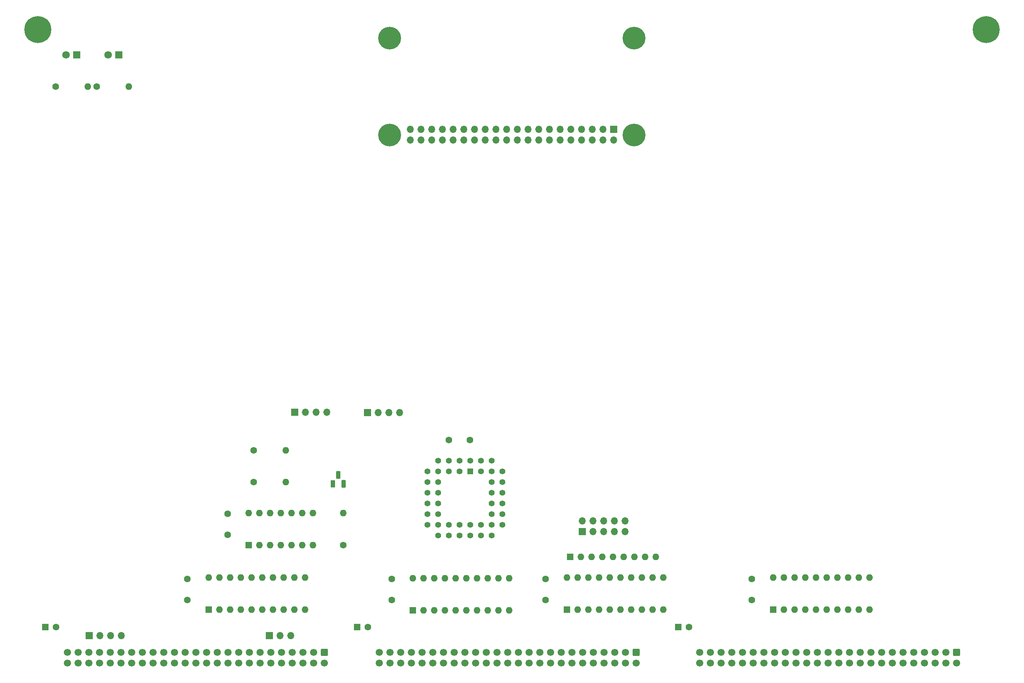
<source format=gbr>
%TF.GenerationSoftware,KiCad,Pcbnew,(6.0.11)*%
%TF.CreationDate,2023-12-17T12:14:55-05:00*%
%TF.ProjectId,input-output.SelfHost,696e7075-742d-46f7-9574-7075742e5365,rev?*%
%TF.SameCoordinates,Original*%
%TF.FileFunction,Soldermask,Top*%
%TF.FilePolarity,Negative*%
%FSLAX46Y46*%
G04 Gerber Fmt 4.6, Leading zero omitted, Abs format (unit mm)*
G04 Created by KiCad (PCBNEW (6.0.11)) date 2023-12-17 12:14:55*
%MOMM*%
%LPD*%
G01*
G04 APERTURE LIST*
G04 Aperture macros list*
%AMRoundRect*
0 Rectangle with rounded corners*
0 $1 Rounding radius*
0 $2 $3 $4 $5 $6 $7 $8 $9 X,Y pos of 4 corners*
0 Add a 4 corners polygon primitive as box body*
4,1,4,$2,$3,$4,$5,$6,$7,$8,$9,$2,$3,0*
0 Add four circle primitives for the rounded corners*
1,1,$1+$1,$2,$3*
1,1,$1+$1,$4,$5*
1,1,$1+$1,$6,$7*
1,1,$1+$1,$8,$9*
0 Add four rect primitives between the rounded corners*
20,1,$1+$1,$2,$3,$4,$5,0*
20,1,$1+$1,$4,$5,$6,$7,0*
20,1,$1+$1,$6,$7,$8,$9,0*
20,1,$1+$1,$8,$9,$2,$3,0*%
G04 Aperture macros list end*
%ADD10C,6.400000*%
%ADD11RoundRect,0.250000X-0.600000X0.600000X-0.600000X-0.600000X0.600000X-0.600000X0.600000X0.600000X0*%
%ADD12C,1.700000*%
%ADD13R,1.700000X1.700000*%
%ADD14O,1.700000X1.700000*%
%ADD15C,5.400000*%
%ADD16C,1.600000*%
%ADD17O,1.600000X1.600000*%
%ADD18R,1.600000X1.600000*%
%ADD19R,1.800000X1.800000*%
%ADD20C,1.800000*%
%ADD21R,1.422400X1.422400*%
%ADD22C,1.422400*%
%ADD23R,1.100000X1.800000*%
%ADD24RoundRect,0.275000X-0.275000X-0.625000X0.275000X-0.625000X0.275000X0.625000X-0.275000X0.625000X0*%
G04 APERTURE END LIST*
D10*
%TO.C,H2*%
X265000000Y-75000000D03*
%TD*%
%TO.C,H1*%
X40000000Y-75000000D03*
%TD*%
D11*
%TO.C,P2*%
X182000000Y-223000000D03*
D12*
X182000000Y-225540000D03*
X179460000Y-223000000D03*
X179460000Y-225540000D03*
X176920000Y-223000000D03*
X176920000Y-225540000D03*
X174380000Y-223000000D03*
X174380000Y-225540000D03*
X171840000Y-223000000D03*
X171840000Y-225540000D03*
X169300000Y-223000000D03*
X169300000Y-225540000D03*
X166760000Y-223000000D03*
X166760000Y-225540000D03*
X164220000Y-223000000D03*
X164220000Y-225540000D03*
X161680000Y-223000000D03*
X161680000Y-225540000D03*
X159140000Y-223000000D03*
X159140000Y-225540000D03*
X156600000Y-223000000D03*
X156600000Y-225540000D03*
X154060000Y-223000000D03*
X154060000Y-225540000D03*
X151520000Y-223000000D03*
X151520000Y-225540000D03*
X148980000Y-223000000D03*
X148980000Y-225540000D03*
X146440000Y-223000000D03*
X146440000Y-225540000D03*
X143900000Y-223000000D03*
X143900000Y-225540000D03*
X141360000Y-223000000D03*
X141360000Y-225540000D03*
X138820000Y-223000000D03*
X138820000Y-225540000D03*
X136280000Y-223000000D03*
X136280000Y-225540000D03*
X133740000Y-223000000D03*
X133740000Y-225540000D03*
X131200000Y-223000000D03*
X131200000Y-225540000D03*
X128660000Y-223000000D03*
X128660000Y-225540000D03*
X126120000Y-223000000D03*
X126120000Y-225540000D03*
X123580000Y-223000000D03*
X123580000Y-225540000D03*
X121040000Y-223000000D03*
X121040000Y-225540000D03*
%TD*%
D11*
%TO.C,P3*%
X258000000Y-223000000D03*
D12*
X258000000Y-225540000D03*
X255460000Y-223000000D03*
X255460000Y-225540000D03*
X252920000Y-223000000D03*
X252920000Y-225540000D03*
X250380000Y-223000000D03*
X250380000Y-225540000D03*
X247840000Y-223000000D03*
X247840000Y-225540000D03*
X245300000Y-223000000D03*
X245300000Y-225540000D03*
X242760000Y-223000000D03*
X242760000Y-225540000D03*
X240220000Y-223000000D03*
X240220000Y-225540000D03*
X237680000Y-223000000D03*
X237680000Y-225540000D03*
X235140000Y-223000000D03*
X235140000Y-225540000D03*
X232600000Y-223000000D03*
X232600000Y-225540000D03*
X230060000Y-223000000D03*
X230060000Y-225540000D03*
X227520000Y-223000000D03*
X227520000Y-225540000D03*
X224980000Y-223000000D03*
X224980000Y-225540000D03*
X222440000Y-223000000D03*
X222440000Y-225540000D03*
X219900000Y-223000000D03*
X219900000Y-225540000D03*
X217360000Y-223000000D03*
X217360000Y-225540000D03*
X214820000Y-223000000D03*
X214820000Y-225540000D03*
X212280000Y-223000000D03*
X212280000Y-225540000D03*
X209740000Y-223000000D03*
X209740000Y-225540000D03*
X207200000Y-223000000D03*
X207200000Y-225540000D03*
X204660000Y-223000000D03*
X204660000Y-225540000D03*
X202120000Y-223000000D03*
X202120000Y-225540000D03*
X199580000Y-223000000D03*
X199580000Y-225540000D03*
X197040000Y-223000000D03*
X197040000Y-225540000D03*
%TD*%
D11*
%TO.C,P1*%
X108000000Y-223000000D03*
D12*
X108000000Y-225540000D03*
X105460000Y-223000000D03*
X105460000Y-225540000D03*
X102920000Y-223000000D03*
X102920000Y-225540000D03*
X100380000Y-223000000D03*
X100380000Y-225540000D03*
X97840000Y-223000000D03*
X97840000Y-225540000D03*
X95300000Y-223000000D03*
X95300000Y-225540000D03*
X92760000Y-223000000D03*
X92760000Y-225540000D03*
X90220000Y-223000000D03*
X90220000Y-225540000D03*
X87680000Y-223000000D03*
X87680000Y-225540000D03*
X85140000Y-223000000D03*
X85140000Y-225540000D03*
X82600000Y-223000000D03*
X82600000Y-225540000D03*
X80060000Y-223000000D03*
X80060000Y-225540000D03*
X77520000Y-223000000D03*
X77520000Y-225540000D03*
X74980000Y-223000000D03*
X74980000Y-225540000D03*
X72440000Y-223000000D03*
X72440000Y-225540000D03*
X69900000Y-223000000D03*
X69900000Y-225540000D03*
X67360000Y-223000000D03*
X67360000Y-225540000D03*
X64820000Y-223000000D03*
X64820000Y-225540000D03*
X62280000Y-223000000D03*
X62280000Y-225540000D03*
X59740000Y-223000000D03*
X59740000Y-225540000D03*
X57200000Y-223000000D03*
X57200000Y-225540000D03*
X54660000Y-223000000D03*
X54660000Y-225540000D03*
X52120000Y-223000000D03*
X52120000Y-225540000D03*
X49580000Y-223000000D03*
X49580000Y-225540000D03*
X47040000Y-223000000D03*
X47040000Y-225540000D03*
%TD*%
D13*
%TO.C,J1*%
X176650000Y-98700000D03*
D14*
X176650000Y-101240000D03*
X174110000Y-98700000D03*
X174110000Y-101240000D03*
X171570000Y-98700000D03*
X171570000Y-101240000D03*
X169030000Y-98700000D03*
X169030000Y-101240000D03*
X166490000Y-98700000D03*
X166490000Y-101240000D03*
X163950000Y-98700000D03*
X163950000Y-101240000D03*
X161410000Y-98700000D03*
X161410000Y-101240000D03*
X158870000Y-98700000D03*
X158870000Y-101240000D03*
X156330000Y-98700000D03*
X156330000Y-101240000D03*
X153790000Y-98700000D03*
X153790000Y-101240000D03*
X151250000Y-98700000D03*
X151250000Y-101240000D03*
X148710000Y-98700000D03*
X148710000Y-101240000D03*
X146170000Y-98700000D03*
X146170000Y-101240000D03*
X143630000Y-98700000D03*
X143630000Y-101240000D03*
X141090000Y-98700000D03*
X141090000Y-101240000D03*
X138550000Y-98700000D03*
X138550000Y-101240000D03*
X136010000Y-98700000D03*
X136010000Y-101240000D03*
X133470000Y-98700000D03*
X133470000Y-101240000D03*
X130930000Y-98700000D03*
X130930000Y-101240000D03*
X128390000Y-98700000D03*
X128390000Y-101240000D03*
D15*
X181500000Y-100000000D03*
X123500000Y-100000000D03*
X181500000Y-77000000D03*
X123500000Y-77000000D03*
%TD*%
D16*
%TO.C,R2*%
X91190000Y-175000000D03*
D17*
X98810000Y-175000000D03*
%TD*%
D18*
%TO.C,C22*%
X115794900Y-217000000D03*
D16*
X118294900Y-217000000D03*
%TD*%
%TO.C,C10*%
X142500000Y-172500000D03*
X137500000Y-172500000D03*
%TD*%
D13*
%TO.C,J2*%
X118200000Y-166000000D03*
D14*
X120740000Y-166000000D03*
X123280000Y-166000000D03*
X125820000Y-166000000D03*
%TD*%
D19*
%TO.C,D1*%
X49250000Y-80950000D03*
D20*
X46710000Y-80950000D03*
%TD*%
D16*
%TO.C,C14*%
X160500000Y-205500000D03*
X160500000Y-210500000D03*
%TD*%
D18*
%TO.C,C20*%
X192000000Y-217000000D03*
D16*
X194500000Y-217000000D03*
%TD*%
D18*
%TO.C,U21*%
X165575000Y-212800000D03*
D17*
X168115000Y-212800000D03*
X170655000Y-212800000D03*
X173195000Y-212800000D03*
X175735000Y-212800000D03*
X178275000Y-212800000D03*
X180815000Y-212800000D03*
X183355000Y-212800000D03*
X185895000Y-212800000D03*
X188435000Y-212800000D03*
X188435000Y-205180000D03*
X185895000Y-205180000D03*
X183355000Y-205180000D03*
X180815000Y-205180000D03*
X178275000Y-205180000D03*
X175735000Y-205180000D03*
X173195000Y-205180000D03*
X170655000Y-205180000D03*
X168115000Y-205180000D03*
X165575000Y-205180000D03*
%TD*%
D16*
%TO.C,C9*%
X85000000Y-190000000D03*
X85000000Y-195000000D03*
%TD*%
D13*
%TO.C,J9*%
X94975000Y-219000000D03*
D14*
X97515000Y-219000000D03*
X100055000Y-219000000D03*
%TD*%
D16*
%TO.C,R1*%
X44190000Y-88500000D03*
D17*
X51810000Y-88500000D03*
%TD*%
D18*
%TO.C,U14*%
X214500000Y-212800000D03*
D17*
X217040000Y-212800000D03*
X219580000Y-212800000D03*
X222120000Y-212800000D03*
X224660000Y-212800000D03*
X227200000Y-212800000D03*
X229740000Y-212800000D03*
X232280000Y-212800000D03*
X234820000Y-212800000D03*
X237360000Y-212800000D03*
X237360000Y-205180000D03*
X234820000Y-205180000D03*
X232280000Y-205180000D03*
X229740000Y-205180000D03*
X227200000Y-205180000D03*
X224660000Y-205180000D03*
X222120000Y-205180000D03*
X219580000Y-205180000D03*
X217040000Y-205180000D03*
X214500000Y-205180000D03*
%TD*%
D16*
%TO.C,R4*%
X112500000Y-197500000D03*
D17*
X112500000Y-189880000D03*
%TD*%
D18*
%TO.C,C21*%
X41794900Y-217000000D03*
D16*
X44294900Y-217000000D03*
%TD*%
%TO.C,R5*%
X54000000Y-88500000D03*
D17*
X61620000Y-88500000D03*
%TD*%
D16*
%TO.C,C12*%
X124000000Y-205500000D03*
X124000000Y-210500000D03*
%TD*%
D13*
%TO.C,P4*%
X52200000Y-219000000D03*
D14*
X54740000Y-219000000D03*
X57280000Y-219000000D03*
X59820000Y-219000000D03*
%TD*%
D16*
%TO.C,R3*%
X91190000Y-182500000D03*
D17*
X98810000Y-182500000D03*
%TD*%
D13*
%TO.C,SW1*%
X169200000Y-194275000D03*
D14*
X169200000Y-191735000D03*
X171740000Y-194275000D03*
X171740000Y-191735000D03*
X174280000Y-194275000D03*
X174280000Y-191735000D03*
X176820000Y-194275000D03*
X176820000Y-191735000D03*
X179360000Y-194275000D03*
X179360000Y-191735000D03*
%TD*%
D16*
%TO.C,C17*%
X75500000Y-205500000D03*
X75500000Y-210500000D03*
%TD*%
D18*
%TO.C,U2*%
X90000000Y-197500000D03*
D17*
X92540000Y-197500000D03*
X95080000Y-197500000D03*
X97620000Y-197500000D03*
X100160000Y-197500000D03*
X102700000Y-197500000D03*
X105240000Y-197500000D03*
X105240000Y-189880000D03*
X102700000Y-189880000D03*
X100160000Y-189880000D03*
X97620000Y-189880000D03*
X95080000Y-189880000D03*
X92540000Y-189880000D03*
X90000000Y-189880000D03*
%TD*%
D18*
%TO.C,U13*%
X129000000Y-213000000D03*
D17*
X131540000Y-213000000D03*
X134080000Y-213000000D03*
X136620000Y-213000000D03*
X139160000Y-213000000D03*
X141700000Y-213000000D03*
X144240000Y-213000000D03*
X146780000Y-213000000D03*
X149320000Y-213000000D03*
X151860000Y-213000000D03*
X151860000Y-205380000D03*
X149320000Y-205380000D03*
X146780000Y-205380000D03*
X144240000Y-205380000D03*
X141700000Y-205380000D03*
X139160000Y-205380000D03*
X136620000Y-205380000D03*
X134080000Y-205380000D03*
X131540000Y-205380000D03*
X129000000Y-205380000D03*
%TD*%
D13*
%TO.C,J3*%
X100920000Y-165930000D03*
D14*
X103460000Y-165930000D03*
X106000000Y-165930000D03*
X108540000Y-165930000D03*
%TD*%
D18*
%TO.C,U15*%
X80575000Y-212800000D03*
D17*
X83115000Y-212800000D03*
X85655000Y-212800000D03*
X88195000Y-212800000D03*
X90735000Y-212800000D03*
X93275000Y-212800000D03*
X95815000Y-212800000D03*
X98355000Y-212800000D03*
X100895000Y-212800000D03*
X103435000Y-212800000D03*
X103435000Y-205180000D03*
X100895000Y-205180000D03*
X98355000Y-205180000D03*
X95815000Y-205180000D03*
X93275000Y-205180000D03*
X90735000Y-205180000D03*
X88195000Y-205180000D03*
X85655000Y-205180000D03*
X83115000Y-205180000D03*
X80575000Y-205180000D03*
%TD*%
D16*
%TO.C,C5*%
X209425000Y-205500000D03*
X209425000Y-210500000D03*
%TD*%
D21*
%TO.C,U3*%
X142620000Y-179960000D03*
D22*
X140080000Y-177420000D03*
X140080000Y-179960000D03*
X137540000Y-177420000D03*
X137540000Y-179960000D03*
X135000000Y-177420000D03*
X132460000Y-179960000D03*
X135000000Y-179960000D03*
X132460000Y-182500000D03*
X135000000Y-182500000D03*
X132460000Y-185040000D03*
X135000000Y-185040000D03*
X132460000Y-187580000D03*
X135000000Y-187580000D03*
X132460000Y-190120000D03*
X135000000Y-190120000D03*
X132460000Y-192660000D03*
X135000000Y-195200000D03*
X135000000Y-192660000D03*
X137540000Y-195200000D03*
X137540000Y-192660000D03*
X140080000Y-195200000D03*
X140080000Y-192660000D03*
X142620000Y-195200000D03*
X142620000Y-192660000D03*
X145160000Y-195200000D03*
X145160000Y-192660000D03*
X147700000Y-195200000D03*
X150240000Y-192660000D03*
X147700000Y-192660000D03*
X150240000Y-190120000D03*
X147700000Y-190120000D03*
X150240000Y-187580000D03*
X147700000Y-187580000D03*
X150240000Y-185040000D03*
X147700000Y-185040000D03*
X150240000Y-182500000D03*
X147700000Y-182500000D03*
X150240000Y-179960000D03*
X147700000Y-177420000D03*
X147700000Y-179960000D03*
X145160000Y-177420000D03*
X145160000Y-179960000D03*
X142620000Y-177420000D03*
%TD*%
D18*
%TO.C,RN1*%
X166295000Y-200305000D03*
D17*
X168835000Y-200305000D03*
X171375000Y-200305000D03*
X173915000Y-200305000D03*
X176455000Y-200305000D03*
X178995000Y-200305000D03*
X181535000Y-200305000D03*
X184075000Y-200305000D03*
X186615000Y-200305000D03*
%TD*%
D19*
%TO.C,D2*%
X59250000Y-80950000D03*
D20*
X56710000Y-80950000D03*
%TD*%
D23*
%TO.C,Q1*%
X110000000Y-182900000D03*
D24*
X111270000Y-180830000D03*
X112540000Y-182900000D03*
%TD*%
M02*

</source>
